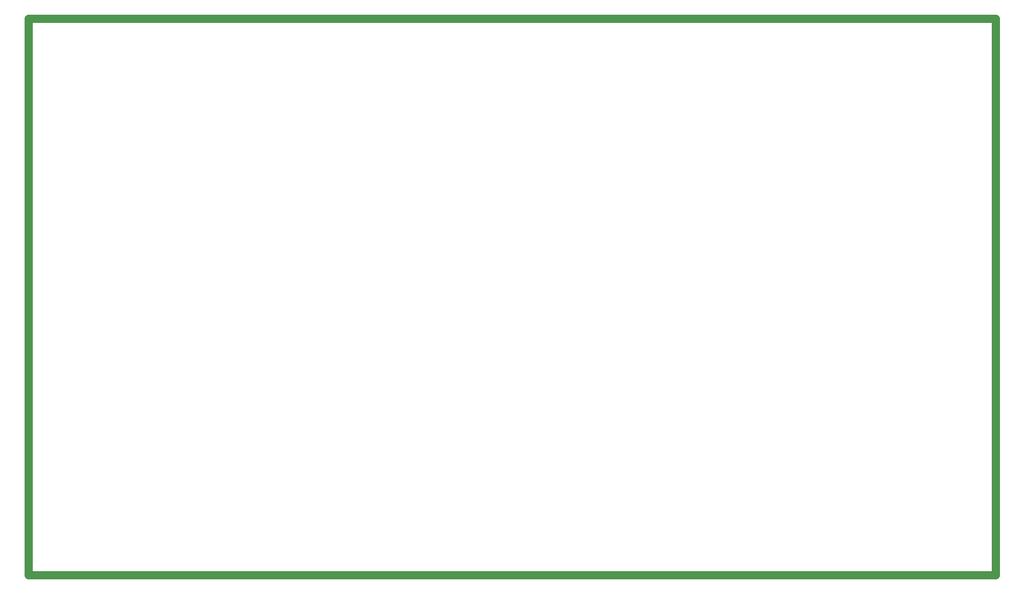
<source format=gko>
*%FSLAX24Y24*%
*%MOIN*%
G01*
%ADD11C,0.0000*%
%ADD12C,0.0050*%
%ADD13C,0.0060*%
%ADD14C,0.0070*%
%ADD15C,0.0073*%
%ADD16C,0.0079*%
%ADD17C,0.0080*%
%ADD18C,0.0098*%
%ADD19C,0.0100*%
%ADD20C,0.0120*%
%ADD21C,0.0160*%
%ADD22C,0.0160*%
%ADD23C,0.0197*%
%ADD24C,0.0200*%
%ADD25C,0.0200*%
%ADD26C,0.0240*%
%ADD27O,0.0240X0.0800*%
%ADD28C,0.0250*%
%ADD29C,0.0260*%
%ADD30O,0.0280X0.0840*%
%ADD31C,0.0300*%
%ADD32C,0.0300*%
%ADD33C,0.0320*%
%ADD34C,0.0320*%
%ADD35C,0.0340*%
%ADD36C,0.0360*%
%ADD37C,0.0380*%
%ADD38C,0.0394*%
%ADD39C,0.0397*%
%ADD40C,0.0400*%
%ADD41C,0.0400*%
%ADD42C,0.0430*%
%ADD43C,0.0434*%
%ADD44C,0.0480*%
%ADD45C,0.0500*%
%ADD46C,0.0500*%
%ADD47O,0.0500X0.1000*%
%ADD48C,0.0520*%
%ADD49C,0.0540*%
%ADD50O,0.0540X0.1040*%
%ADD51C,0.0560*%
%ADD52C,0.0580*%
%ADD53C,0.0600*%
%ADD54C,0.0620*%
%ADD55C,0.0630*%
%ADD56C,0.0640*%
%ADD57C,0.0650*%
%ADD58C,0.0660*%
%ADD59C,0.0670*%
%ADD60C,0.0680*%
%ADD61C,0.0760*%
%ADD62O,0.0800X0.0240*%
%ADD63C,0.0800*%
%ADD64C,0.0827*%
%ADD65O,0.0840X0.0280*%
%ADD66C,0.0840*%
%ADD67C,0.0850*%
%ADD68C,0.0870*%
%ADD69C,0.1000*%
%ADD70C,0.1040*%
%ADD71C,0.1516*%
%ADD72C,0.1516*%
%ADD73C,0.1600*%
%ADD74C,0.1640*%
%ADD75C,0.1716*%
%ADD76C,0.2500*%
%ADD77R,0.0100X0.0320*%
%ADD78R,0.0140X0.0360*%
%ADD79R,0.0200X0.0200*%
%ADD80R,0.0300X0.0300*%
%ADD81R,0.0320X0.0100*%
%ADD82R,0.0340X0.0340*%
%ADD83R,0.0350X0.0550*%
%ADD84R,0.0360X0.0140*%
%ADD85R,0.0360X0.0360*%
%ADD86R,0.0394X0.0551*%
%ADD87R,0.0394X0.1102*%
%ADD88R,0.0400X0.0400*%
%ADD89R,0.0400X0.0400*%
%ADD90R,0.0400X0.0500*%
%ADD91R,0.0400X0.0750*%
%ADD92R,0.0434X0.0591*%
%ADD93R,0.0440X0.0540*%
%ADD94R,0.0500X0.0360*%
%ADD95R,0.0500X0.0400*%
%ADD96R,0.0500X0.0500*%
%ADD97R,0.0500X0.0500*%
%ADD98R,0.0500X0.1000*%
%ADD99R,0.0500X0.1200*%
%ADD100R,0.0540X0.0400*%
%ADD101R,0.0540X0.0440*%
%ADD102R,0.0540X0.0540*%
%ADD103R,0.0540X0.0960*%
%ADD104R,0.0540X0.1040*%
%ADD105R,0.0550X0.0350*%
%ADD106R,0.0551X0.1417*%
%ADD107R,0.0600X0.0600*%
%ADD108R,0.0600X0.1000*%
%ADD109R,0.0600X0.1250*%
%ADD110R,0.0620X0.0620*%
%ADD111R,0.0640X0.0640*%
%ADD112R,0.0640X0.1040*%
%ADD113R,0.0640X0.1290*%
%ADD114R,0.0650X0.0300*%
%ADD115R,0.0660X0.0660*%
%ADD116R,0.0700X0.0300*%
%ADD117R,0.0700X0.0340*%
%ADD118R,0.0700X0.0350*%
%ADD119R,0.0700X0.0700*%
%ADD120R,0.0709X0.0394*%
%ADD121R,0.0740X0.0740*%
%ADD122R,0.0749X0.0434*%
%ADD123R,0.0750X0.0300*%
%ADD124R,0.0750X0.0400*%
%ADD125R,0.0750X0.0550*%
%ADD126R,0.0800X0.0350*%
%ADD127R,0.0800X0.0550*%
%ADD128R,0.0800X0.0800*%
%ADD129R,0.0827X0.0394*%
%ADD130R,0.0827X0.0591*%
%ADD131R,0.0840X0.0840*%
%ADD132R,0.0850X0.0700*%
%ADD133R,0.0867X0.0434*%
%ADD134R,0.0867X0.0631*%
%ADD135R,0.0890X0.0740*%
%ADD136R,0.0960X0.0540*%
%ADD137R,0.1000X0.0600*%
%ADD138R,0.1000X0.1000*%
%ADD139R,0.1000X0.1000*%
%ADD140R,0.1040X0.0640*%
%ADD141R,0.1040X0.1040*%
%ADD142R,0.1102X0.0394*%
%ADD143R,0.1200X0.0500*%
%ADD144R,0.1200X0.1200*%
%ADD145R,0.1250X0.0600*%
%ADD146R,0.1290X0.0640*%
%ADD147R,0.1300X0.1300*%
%ADD148R,0.1400X0.1900*%
%ADD149R,0.1417X0.0551*%
%ADD150R,0.1500X0.0750*%
%ADD151R,0.1500X0.1500*%
%ADD152R,0.1500X0.2000*%
%ADD153R,0.1540X0.0790*%
%ADD154R,0.1540X0.1540*%
%ADD155R,0.1540X0.2040*%
%ADD156R,0.1600X0.0150*%
%ADD157R,0.1900X0.0500*%
%ADD158R,0.2000X0.0600*%
%ADD159R,0.2040X0.0640*%
%ADD160R,0.2500X0.2500*%
D46*
X30810Y66320D02*
X89810D01*
Y32320D02*
X30810D01*
Y66320D01*
X89810D02*
Y32320D01*
D02*
M02*

</source>
